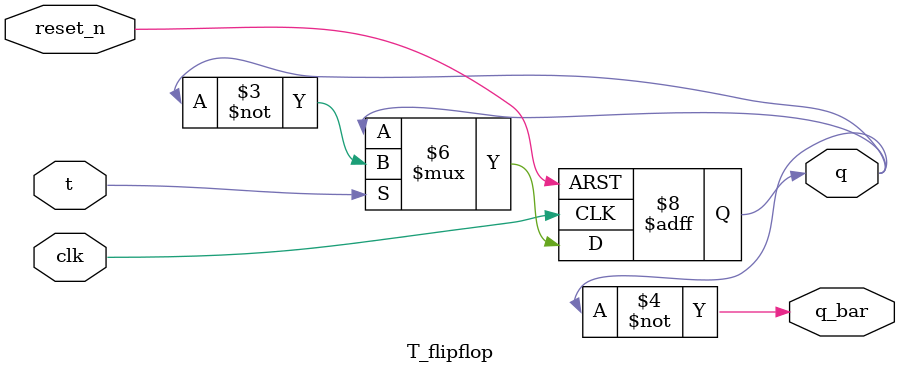
<source format=v>
`timescale 1ns / 1ps

module T_flipflop(
        input clk,
        input reset_n,
        input t,
        output reg q,
        output q_bar
    );

//always @(posedge clk)          //     for synchronous reset
always @(posedge clk or negedge reset_n) begin      //for asynchronous reset
    if (!reset_n)
        q <= 1'b0;
    else if (t)
        q <= ~q;
    else
        q <= q;
     end   
     
     
 assign q_bar = ~q;
 
endmodule
</source>
